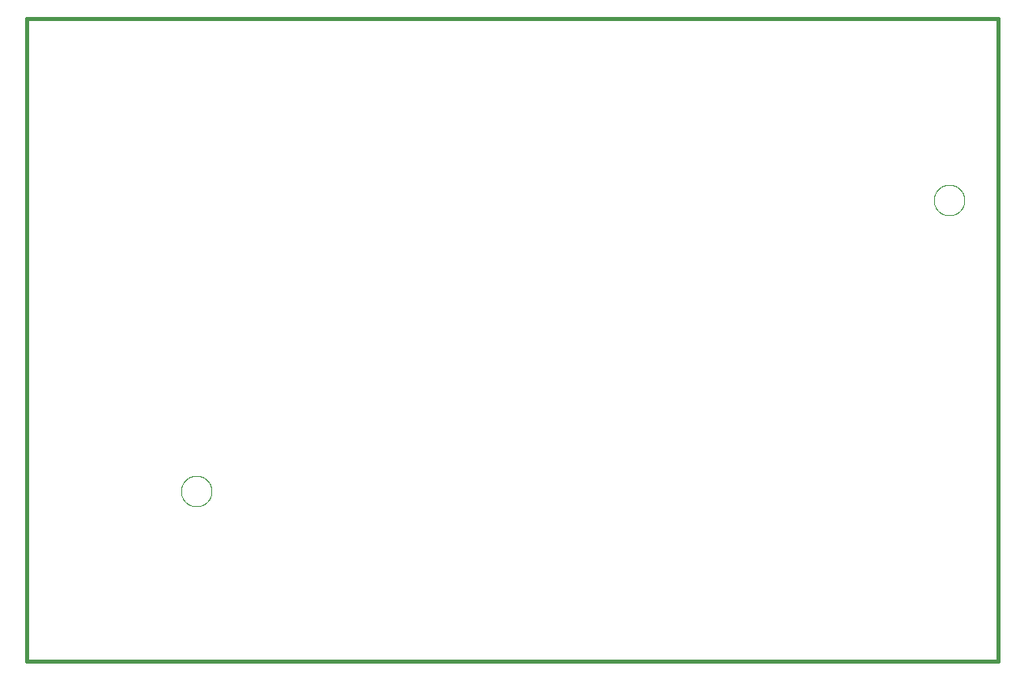
<source format=gko>
G75*
%MOIN*%
%OFA0B0*%
%FSLAX25Y25*%
%IPPOS*%
%LPD*%
%AMOC8*
5,1,8,0,0,1.08239X$1,22.5*
%
%ADD10C,0.00000*%
%ADD11C,0.01600*%
D10*
X0015000Y0001800D02*
X0015000Y0011800D01*
X0078701Y0071800D02*
X0078703Y0071958D01*
X0078709Y0072116D01*
X0078719Y0072274D01*
X0078733Y0072432D01*
X0078751Y0072589D01*
X0078772Y0072746D01*
X0078798Y0072902D01*
X0078828Y0073058D01*
X0078861Y0073213D01*
X0078899Y0073366D01*
X0078940Y0073519D01*
X0078985Y0073671D01*
X0079034Y0073822D01*
X0079087Y0073971D01*
X0079143Y0074119D01*
X0079203Y0074265D01*
X0079267Y0074410D01*
X0079335Y0074553D01*
X0079406Y0074695D01*
X0079480Y0074835D01*
X0079558Y0074972D01*
X0079640Y0075108D01*
X0079724Y0075242D01*
X0079813Y0075373D01*
X0079904Y0075502D01*
X0079999Y0075629D01*
X0080096Y0075754D01*
X0080197Y0075876D01*
X0080301Y0075995D01*
X0080408Y0076112D01*
X0080518Y0076226D01*
X0080631Y0076337D01*
X0080746Y0076446D01*
X0080864Y0076551D01*
X0080985Y0076653D01*
X0081108Y0076753D01*
X0081234Y0076849D01*
X0081362Y0076942D01*
X0081492Y0077032D01*
X0081625Y0077118D01*
X0081760Y0077202D01*
X0081896Y0077281D01*
X0082035Y0077358D01*
X0082176Y0077430D01*
X0082318Y0077500D01*
X0082462Y0077565D01*
X0082608Y0077627D01*
X0082755Y0077685D01*
X0082904Y0077740D01*
X0083054Y0077791D01*
X0083205Y0077838D01*
X0083357Y0077881D01*
X0083510Y0077920D01*
X0083665Y0077956D01*
X0083820Y0077987D01*
X0083976Y0078015D01*
X0084132Y0078039D01*
X0084289Y0078059D01*
X0084447Y0078075D01*
X0084604Y0078087D01*
X0084763Y0078095D01*
X0084921Y0078099D01*
X0085079Y0078099D01*
X0085237Y0078095D01*
X0085396Y0078087D01*
X0085553Y0078075D01*
X0085711Y0078059D01*
X0085868Y0078039D01*
X0086024Y0078015D01*
X0086180Y0077987D01*
X0086335Y0077956D01*
X0086490Y0077920D01*
X0086643Y0077881D01*
X0086795Y0077838D01*
X0086946Y0077791D01*
X0087096Y0077740D01*
X0087245Y0077685D01*
X0087392Y0077627D01*
X0087538Y0077565D01*
X0087682Y0077500D01*
X0087824Y0077430D01*
X0087965Y0077358D01*
X0088104Y0077281D01*
X0088240Y0077202D01*
X0088375Y0077118D01*
X0088508Y0077032D01*
X0088638Y0076942D01*
X0088766Y0076849D01*
X0088892Y0076753D01*
X0089015Y0076653D01*
X0089136Y0076551D01*
X0089254Y0076446D01*
X0089369Y0076337D01*
X0089482Y0076226D01*
X0089592Y0076112D01*
X0089699Y0075995D01*
X0089803Y0075876D01*
X0089904Y0075754D01*
X0090001Y0075629D01*
X0090096Y0075502D01*
X0090187Y0075373D01*
X0090276Y0075242D01*
X0090360Y0075108D01*
X0090442Y0074972D01*
X0090520Y0074835D01*
X0090594Y0074695D01*
X0090665Y0074553D01*
X0090733Y0074410D01*
X0090797Y0074265D01*
X0090857Y0074119D01*
X0090913Y0073971D01*
X0090966Y0073822D01*
X0091015Y0073671D01*
X0091060Y0073519D01*
X0091101Y0073366D01*
X0091139Y0073213D01*
X0091172Y0073058D01*
X0091202Y0072902D01*
X0091228Y0072746D01*
X0091249Y0072589D01*
X0091267Y0072432D01*
X0091281Y0072274D01*
X0091291Y0072116D01*
X0091297Y0071958D01*
X0091299Y0071800D01*
X0091297Y0071642D01*
X0091291Y0071484D01*
X0091281Y0071326D01*
X0091267Y0071168D01*
X0091249Y0071011D01*
X0091228Y0070854D01*
X0091202Y0070698D01*
X0091172Y0070542D01*
X0091139Y0070387D01*
X0091101Y0070234D01*
X0091060Y0070081D01*
X0091015Y0069929D01*
X0090966Y0069778D01*
X0090913Y0069629D01*
X0090857Y0069481D01*
X0090797Y0069335D01*
X0090733Y0069190D01*
X0090665Y0069047D01*
X0090594Y0068905D01*
X0090520Y0068765D01*
X0090442Y0068628D01*
X0090360Y0068492D01*
X0090276Y0068358D01*
X0090187Y0068227D01*
X0090096Y0068098D01*
X0090001Y0067971D01*
X0089904Y0067846D01*
X0089803Y0067724D01*
X0089699Y0067605D01*
X0089592Y0067488D01*
X0089482Y0067374D01*
X0089369Y0067263D01*
X0089254Y0067154D01*
X0089136Y0067049D01*
X0089015Y0066947D01*
X0088892Y0066847D01*
X0088766Y0066751D01*
X0088638Y0066658D01*
X0088508Y0066568D01*
X0088375Y0066482D01*
X0088240Y0066398D01*
X0088104Y0066319D01*
X0087965Y0066242D01*
X0087824Y0066170D01*
X0087682Y0066100D01*
X0087538Y0066035D01*
X0087392Y0065973D01*
X0087245Y0065915D01*
X0087096Y0065860D01*
X0086946Y0065809D01*
X0086795Y0065762D01*
X0086643Y0065719D01*
X0086490Y0065680D01*
X0086335Y0065644D01*
X0086180Y0065613D01*
X0086024Y0065585D01*
X0085868Y0065561D01*
X0085711Y0065541D01*
X0085553Y0065525D01*
X0085396Y0065513D01*
X0085237Y0065505D01*
X0085079Y0065501D01*
X0084921Y0065501D01*
X0084763Y0065505D01*
X0084604Y0065513D01*
X0084447Y0065525D01*
X0084289Y0065541D01*
X0084132Y0065561D01*
X0083976Y0065585D01*
X0083820Y0065613D01*
X0083665Y0065644D01*
X0083510Y0065680D01*
X0083357Y0065719D01*
X0083205Y0065762D01*
X0083054Y0065809D01*
X0082904Y0065860D01*
X0082755Y0065915D01*
X0082608Y0065973D01*
X0082462Y0066035D01*
X0082318Y0066100D01*
X0082176Y0066170D01*
X0082035Y0066242D01*
X0081896Y0066319D01*
X0081760Y0066398D01*
X0081625Y0066482D01*
X0081492Y0066568D01*
X0081362Y0066658D01*
X0081234Y0066751D01*
X0081108Y0066847D01*
X0080985Y0066947D01*
X0080864Y0067049D01*
X0080746Y0067154D01*
X0080631Y0067263D01*
X0080518Y0067374D01*
X0080408Y0067488D01*
X0080301Y0067605D01*
X0080197Y0067724D01*
X0080096Y0067846D01*
X0079999Y0067971D01*
X0079904Y0068098D01*
X0079813Y0068227D01*
X0079724Y0068358D01*
X0079640Y0068492D01*
X0079558Y0068628D01*
X0079480Y0068765D01*
X0079406Y0068905D01*
X0079335Y0069047D01*
X0079267Y0069190D01*
X0079203Y0069335D01*
X0079143Y0069481D01*
X0079087Y0069629D01*
X0079034Y0069778D01*
X0078985Y0069929D01*
X0078940Y0070081D01*
X0078899Y0070234D01*
X0078861Y0070387D01*
X0078828Y0070542D01*
X0078798Y0070698D01*
X0078772Y0070854D01*
X0078751Y0071011D01*
X0078733Y0071168D01*
X0078719Y0071326D01*
X0078709Y0071484D01*
X0078703Y0071642D01*
X0078701Y0071800D01*
X0388701Y0191800D02*
X0388703Y0191958D01*
X0388709Y0192116D01*
X0388719Y0192274D01*
X0388733Y0192432D01*
X0388751Y0192589D01*
X0388772Y0192746D01*
X0388798Y0192902D01*
X0388828Y0193058D01*
X0388861Y0193213D01*
X0388899Y0193366D01*
X0388940Y0193519D01*
X0388985Y0193671D01*
X0389034Y0193822D01*
X0389087Y0193971D01*
X0389143Y0194119D01*
X0389203Y0194265D01*
X0389267Y0194410D01*
X0389335Y0194553D01*
X0389406Y0194695D01*
X0389480Y0194835D01*
X0389558Y0194972D01*
X0389640Y0195108D01*
X0389724Y0195242D01*
X0389813Y0195373D01*
X0389904Y0195502D01*
X0389999Y0195629D01*
X0390096Y0195754D01*
X0390197Y0195876D01*
X0390301Y0195995D01*
X0390408Y0196112D01*
X0390518Y0196226D01*
X0390631Y0196337D01*
X0390746Y0196446D01*
X0390864Y0196551D01*
X0390985Y0196653D01*
X0391108Y0196753D01*
X0391234Y0196849D01*
X0391362Y0196942D01*
X0391492Y0197032D01*
X0391625Y0197118D01*
X0391760Y0197202D01*
X0391896Y0197281D01*
X0392035Y0197358D01*
X0392176Y0197430D01*
X0392318Y0197500D01*
X0392462Y0197565D01*
X0392608Y0197627D01*
X0392755Y0197685D01*
X0392904Y0197740D01*
X0393054Y0197791D01*
X0393205Y0197838D01*
X0393357Y0197881D01*
X0393510Y0197920D01*
X0393665Y0197956D01*
X0393820Y0197987D01*
X0393976Y0198015D01*
X0394132Y0198039D01*
X0394289Y0198059D01*
X0394447Y0198075D01*
X0394604Y0198087D01*
X0394763Y0198095D01*
X0394921Y0198099D01*
X0395079Y0198099D01*
X0395237Y0198095D01*
X0395396Y0198087D01*
X0395553Y0198075D01*
X0395711Y0198059D01*
X0395868Y0198039D01*
X0396024Y0198015D01*
X0396180Y0197987D01*
X0396335Y0197956D01*
X0396490Y0197920D01*
X0396643Y0197881D01*
X0396795Y0197838D01*
X0396946Y0197791D01*
X0397096Y0197740D01*
X0397245Y0197685D01*
X0397392Y0197627D01*
X0397538Y0197565D01*
X0397682Y0197500D01*
X0397824Y0197430D01*
X0397965Y0197358D01*
X0398104Y0197281D01*
X0398240Y0197202D01*
X0398375Y0197118D01*
X0398508Y0197032D01*
X0398638Y0196942D01*
X0398766Y0196849D01*
X0398892Y0196753D01*
X0399015Y0196653D01*
X0399136Y0196551D01*
X0399254Y0196446D01*
X0399369Y0196337D01*
X0399482Y0196226D01*
X0399592Y0196112D01*
X0399699Y0195995D01*
X0399803Y0195876D01*
X0399904Y0195754D01*
X0400001Y0195629D01*
X0400096Y0195502D01*
X0400187Y0195373D01*
X0400276Y0195242D01*
X0400360Y0195108D01*
X0400442Y0194972D01*
X0400520Y0194835D01*
X0400594Y0194695D01*
X0400665Y0194553D01*
X0400733Y0194410D01*
X0400797Y0194265D01*
X0400857Y0194119D01*
X0400913Y0193971D01*
X0400966Y0193822D01*
X0401015Y0193671D01*
X0401060Y0193519D01*
X0401101Y0193366D01*
X0401139Y0193213D01*
X0401172Y0193058D01*
X0401202Y0192902D01*
X0401228Y0192746D01*
X0401249Y0192589D01*
X0401267Y0192432D01*
X0401281Y0192274D01*
X0401291Y0192116D01*
X0401297Y0191958D01*
X0401299Y0191800D01*
X0401297Y0191642D01*
X0401291Y0191484D01*
X0401281Y0191326D01*
X0401267Y0191168D01*
X0401249Y0191011D01*
X0401228Y0190854D01*
X0401202Y0190698D01*
X0401172Y0190542D01*
X0401139Y0190387D01*
X0401101Y0190234D01*
X0401060Y0190081D01*
X0401015Y0189929D01*
X0400966Y0189778D01*
X0400913Y0189629D01*
X0400857Y0189481D01*
X0400797Y0189335D01*
X0400733Y0189190D01*
X0400665Y0189047D01*
X0400594Y0188905D01*
X0400520Y0188765D01*
X0400442Y0188628D01*
X0400360Y0188492D01*
X0400276Y0188358D01*
X0400187Y0188227D01*
X0400096Y0188098D01*
X0400001Y0187971D01*
X0399904Y0187846D01*
X0399803Y0187724D01*
X0399699Y0187605D01*
X0399592Y0187488D01*
X0399482Y0187374D01*
X0399369Y0187263D01*
X0399254Y0187154D01*
X0399136Y0187049D01*
X0399015Y0186947D01*
X0398892Y0186847D01*
X0398766Y0186751D01*
X0398638Y0186658D01*
X0398508Y0186568D01*
X0398375Y0186482D01*
X0398240Y0186398D01*
X0398104Y0186319D01*
X0397965Y0186242D01*
X0397824Y0186170D01*
X0397682Y0186100D01*
X0397538Y0186035D01*
X0397392Y0185973D01*
X0397245Y0185915D01*
X0397096Y0185860D01*
X0396946Y0185809D01*
X0396795Y0185762D01*
X0396643Y0185719D01*
X0396490Y0185680D01*
X0396335Y0185644D01*
X0396180Y0185613D01*
X0396024Y0185585D01*
X0395868Y0185561D01*
X0395711Y0185541D01*
X0395553Y0185525D01*
X0395396Y0185513D01*
X0395237Y0185505D01*
X0395079Y0185501D01*
X0394921Y0185501D01*
X0394763Y0185505D01*
X0394604Y0185513D01*
X0394447Y0185525D01*
X0394289Y0185541D01*
X0394132Y0185561D01*
X0393976Y0185585D01*
X0393820Y0185613D01*
X0393665Y0185644D01*
X0393510Y0185680D01*
X0393357Y0185719D01*
X0393205Y0185762D01*
X0393054Y0185809D01*
X0392904Y0185860D01*
X0392755Y0185915D01*
X0392608Y0185973D01*
X0392462Y0186035D01*
X0392318Y0186100D01*
X0392176Y0186170D01*
X0392035Y0186242D01*
X0391896Y0186319D01*
X0391760Y0186398D01*
X0391625Y0186482D01*
X0391492Y0186568D01*
X0391362Y0186658D01*
X0391234Y0186751D01*
X0391108Y0186847D01*
X0390985Y0186947D01*
X0390864Y0187049D01*
X0390746Y0187154D01*
X0390631Y0187263D01*
X0390518Y0187374D01*
X0390408Y0187488D01*
X0390301Y0187605D01*
X0390197Y0187724D01*
X0390096Y0187846D01*
X0389999Y0187971D01*
X0389904Y0188098D01*
X0389813Y0188227D01*
X0389724Y0188358D01*
X0389640Y0188492D01*
X0389558Y0188628D01*
X0389480Y0188765D01*
X0389406Y0188905D01*
X0389335Y0189047D01*
X0389267Y0189190D01*
X0389203Y0189335D01*
X0389143Y0189481D01*
X0389087Y0189629D01*
X0389034Y0189778D01*
X0388985Y0189929D01*
X0388940Y0190081D01*
X0388899Y0190234D01*
X0388861Y0190387D01*
X0388828Y0190542D01*
X0388798Y0190698D01*
X0388772Y0190854D01*
X0388751Y0191011D01*
X0388733Y0191168D01*
X0388719Y0191326D01*
X0388709Y0191484D01*
X0388703Y0191642D01*
X0388701Y0191800D01*
D11*
X0015000Y0266800D02*
X0015000Y0001800D01*
X0415000Y0001800D01*
X0415000Y0266800D01*
X0015000Y0266800D01*
M02*

</source>
